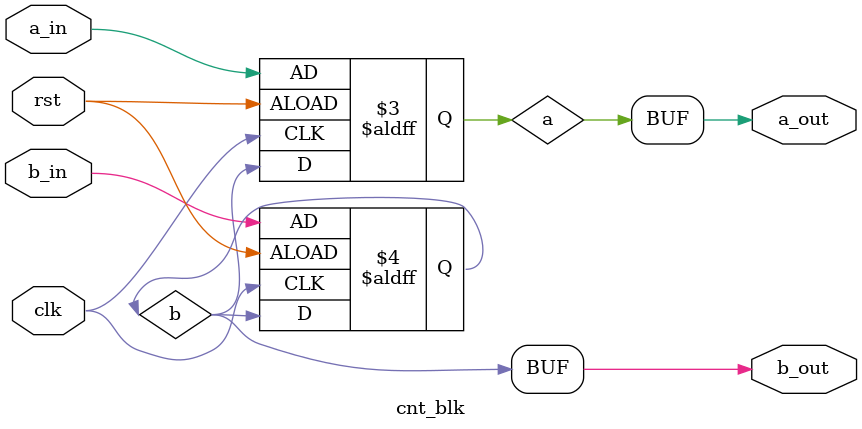
<source format=v>
module cnt_blk(clk, rst, a_in, b_in, a_out, b_out);

    input clk, rst, a_in, b_in;
    output a_out, b_out;
    reg a, b;

    assign a_out = a;
    assign b_out = b;

    always@(posedge clk or negedge rst)begin
        if(~rst) begin
            a = a_in;
            b = b_in;
        end
        else begin
           a = b;
           b = a; 
        end
    end

endmodule
</source>
